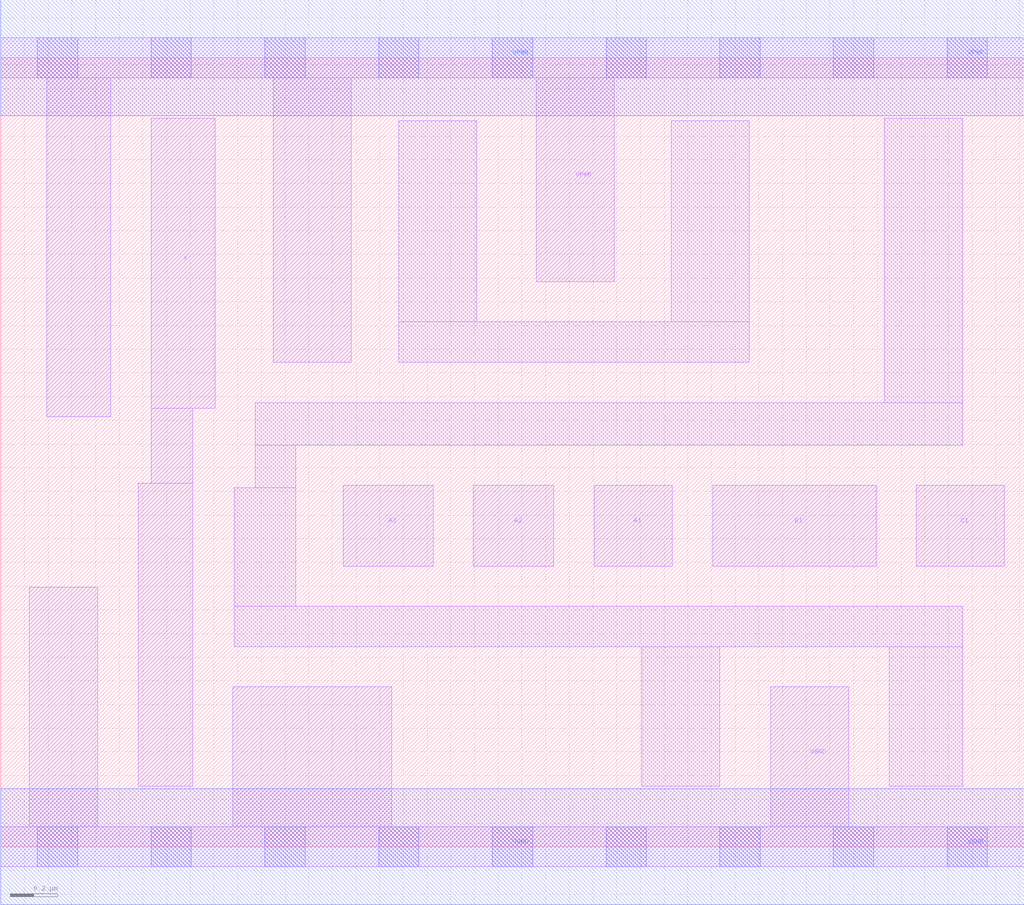
<source format=lef>
# Copyright 2020 The SkyWater PDK Authors
#
# Licensed under the Apache License, Version 2.0 (the "License");
# you may not use this file except in compliance with the License.
# You may obtain a copy of the License at
#
#     https://www.apache.org/licenses/LICENSE-2.0
#
# Unless required by applicable law or agreed to in writing, software
# distributed under the License is distributed on an "AS IS" BASIS,
# WITHOUT WARRANTIES OR CONDITIONS OF ANY KIND, either express or implied.
# See the License for the specific language governing permissions and
# limitations under the License.
#
# SPDX-License-Identifier: Apache-2.0

VERSION 5.7 ;
  NAMESCASESENSITIVE ON ;
  NOWIREEXTENSIONATPIN ON ;
  DIVIDERCHAR "/" ;
  BUSBITCHARS "[]" ;
UNITS
  DATABASE MICRONS 200 ;
END UNITS
MACRO sky130_fd_sc_lp__a311o_2
  CLASS CORE ;
  SOURCE USER ;
  FOREIGN sky130_fd_sc_lp__a311o_2 ;
  ORIGIN  0.000000  0.000000 ;
  SIZE  4.320000 BY  3.330000 ;
  SYMMETRY X Y R90 ;
  SITE unit ;
  PIN A1
    ANTENNAGATEAREA  0.315000 ;
    DIRECTION INPUT ;
    USE SIGNAL ;
    PORT
      LAYER li1 ;
        RECT 2.505000 1.185000 2.835000 1.525000 ;
    END
  END A1
  PIN A2
    ANTENNAGATEAREA  0.315000 ;
    DIRECTION INPUT ;
    USE SIGNAL ;
    PORT
      LAYER li1 ;
        RECT 1.995000 1.185000 2.335000 1.525000 ;
    END
  END A2
  PIN A3
    ANTENNAGATEAREA  0.315000 ;
    DIRECTION INPUT ;
    USE SIGNAL ;
    PORT
      LAYER li1 ;
        RECT 1.445000 1.185000 1.825000 1.525000 ;
    END
  END A3
  PIN B1
    ANTENNAGATEAREA  0.315000 ;
    DIRECTION INPUT ;
    USE SIGNAL ;
    PORT
      LAYER li1 ;
        RECT 3.005000 1.185000 3.695000 1.525000 ;
    END
  END B1
  PIN C1
    ANTENNAGATEAREA  0.315000 ;
    DIRECTION INPUT ;
    USE SIGNAL ;
    PORT
      LAYER li1 ;
        RECT 3.865000 1.185000 4.235000 1.525000 ;
    END
  END C1
  PIN X
    ANTENNADIFFAREA  0.588000 ;
    DIRECTION OUTPUT ;
    USE SIGNAL ;
    PORT
      LAYER li1 ;
        RECT 0.580000 0.255000 0.810000 1.535000 ;
        RECT 0.635000 1.535000 0.810000 1.850000 ;
        RECT 0.635000 1.850000 0.905000 3.075000 ;
    END
  END X
  PIN VGND
    DIRECTION INOUT ;
    USE GROUND ;
    PORT
      LAYER li1 ;
        RECT 0.000000 -0.085000 4.320000 0.085000 ;
        RECT 0.120000  0.085000 0.410000 1.095000 ;
        RECT 0.980000  0.085000 1.650000 0.675000 ;
        RECT 3.250000  0.085000 3.580000 0.675000 ;
      LAYER mcon ;
        RECT 0.155000 -0.085000 0.325000 0.085000 ;
        RECT 0.635000 -0.085000 0.805000 0.085000 ;
        RECT 1.115000 -0.085000 1.285000 0.085000 ;
        RECT 1.595000 -0.085000 1.765000 0.085000 ;
        RECT 2.075000 -0.085000 2.245000 0.085000 ;
        RECT 2.555000 -0.085000 2.725000 0.085000 ;
        RECT 3.035000 -0.085000 3.205000 0.085000 ;
        RECT 3.515000 -0.085000 3.685000 0.085000 ;
        RECT 3.995000 -0.085000 4.165000 0.085000 ;
      LAYER met1 ;
        RECT 0.000000 -0.245000 4.320000 0.245000 ;
    END
  END VGND
  PIN VPWR
    DIRECTION INOUT ;
    USE POWER ;
    PORT
      LAYER li1 ;
        RECT 0.000000 3.245000 4.320000 3.415000 ;
        RECT 0.195000 1.815000 0.465000 3.245000 ;
        RECT 1.150000 2.045000 1.480000 3.245000 ;
        RECT 2.260000 2.385000 2.590000 3.245000 ;
      LAYER mcon ;
        RECT 0.155000 3.245000 0.325000 3.415000 ;
        RECT 0.635000 3.245000 0.805000 3.415000 ;
        RECT 1.115000 3.245000 1.285000 3.415000 ;
        RECT 1.595000 3.245000 1.765000 3.415000 ;
        RECT 2.075000 3.245000 2.245000 3.415000 ;
        RECT 2.555000 3.245000 2.725000 3.415000 ;
        RECT 3.035000 3.245000 3.205000 3.415000 ;
        RECT 3.515000 3.245000 3.685000 3.415000 ;
        RECT 3.995000 3.245000 4.165000 3.415000 ;
      LAYER met1 ;
        RECT 0.000000 3.085000 4.320000 3.575000 ;
    END
  END VPWR
  OBS
    LAYER li1 ;
      RECT 0.985000 0.845000 4.060000 1.015000 ;
      RECT 0.985000 1.015000 1.245000 1.515000 ;
      RECT 1.075000 1.515000 1.245000 1.695000 ;
      RECT 1.075000 1.695000 4.060000 1.875000 ;
      RECT 1.680000 2.045000 3.160000 2.215000 ;
      RECT 1.680000 2.215000 2.010000 3.065000 ;
      RECT 2.705000 0.255000 3.035000 0.845000 ;
      RECT 2.830000 2.215000 3.160000 3.065000 ;
      RECT 3.730000 1.875000 4.060000 3.075000 ;
      RECT 3.750000 0.255000 4.060000 0.845000 ;
  END
END sky130_fd_sc_lp__a311o_2

</source>
